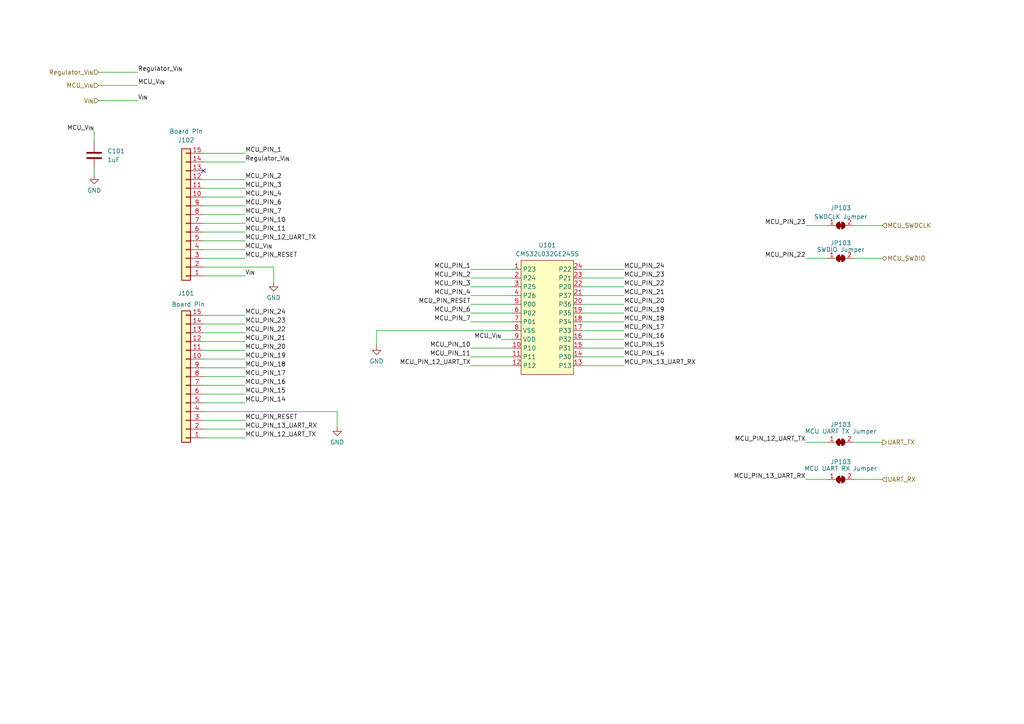
<source format=kicad_sch>
(kicad_sch (version 20230121) (generator eeschema)
  (paper "A4")
  (lib_symbols
    (symbol "Connector_Generic:Conn_01x15" (pin_names (offset 1.016) hide)
      (property "Reference" "J" (at 0 20.32 0))
      (property "Value" "Conn_01x15" (at 0 -20.32 0))
      (symbol "Conn_01x15_1_1"
        (rectangle (start -1.27 -17.653) (end 0 -17.907) (stroke (width 0.1524)))
        (rectangle (start -1.27 -15.113) (end 0 -15.367) (stroke (width 0.1524)))
        (rectangle (start -1.27 -12.573) (end 0 -12.827) (stroke (width 0.1524)))
        (rectangle (start -1.27 -10.033) (end 0 -10.287) (stroke (width 0.1524)))
        (rectangle (start -1.27 -7.493) (end 0 -7.747) (stroke (width 0.1524)))
        (rectangle (start -1.27 -4.953) (end 0 -5.207) (stroke (width 0.1524)))
        (rectangle (start -1.27 -2.413) (end 0 -2.667) (stroke (width 0.1524)))
        (rectangle (start -1.27 0.127) (end 0 -0.127) (stroke (width 0.1524)))
        (rectangle (start -1.27 2.667) (end 0 2.413) (stroke (width 0.1524)))
        (rectangle (start -1.27 5.207) (end 0 4.953) (stroke (width 0.1524)))
        (rectangle (start -1.27 7.747) (end 0 7.493) (stroke (width 0.1524)))
        (rectangle (start -1.27 10.287) (end 0 10.033) (stroke (width 0.1524)))
        (rectangle (start -1.27 12.827) (end 0 12.573) (stroke (width 0.1524)))
        (rectangle (start -1.27 15.367) (end 0 15.113) (stroke (width 0.1524)))
        (rectangle (start -1.27 17.907) (end 0 17.653) (stroke (width 0.1524)))
        (rectangle (start -1.27 19.05) (end 1.27 -19.05) (stroke (width 0.254)) (fill (type background)))
        (pin passive line (at -5.08 17.78 0) (length 3.81) (name "Pin_1") (number "1"))
        (pin passive line (at -5.08 -5.08 0) (length 3.81) (name "Pin_10") (number "10"))
        (pin passive line (at -5.08 -7.62 0) (length 3.81) (name "Pin_11") (number "11"))
        (pin passive line (at -5.08 -10.16 0) (length 3.81) (name "Pin_12") (number "12"))
        (pin passive line (at -5.08 -12.7 0) (length 3.81) (name "Pin_13") (number "13"))
        (pin passive line (at -5.08 -15.24 0) (length 3.81) (name "Pin_14") (number "14"))
        (pin passive line (at -5.08 -17.78 0) (length 3.81) (name "Pin_15") (number "15"))
        (pin passive line (at -5.08 15.24 0) (length 3.81) (name "Pin_2") (number "2"))
        (pin passive line (at -5.08 12.7 0) (length 3.81) (name "Pin_3") (number "3"))
        (pin passive line (at -5.08 10.16 0) (length 3.81) (name "Pin_4") (number "4"))
        (pin passive line (at -5.08 7.62 0) (length 3.81) (name "Pin_5") (number "5"))
        (pin passive line (at -5.08 5.08 0) (length 3.81) (name "Pin_6") (number "6"))
        (pin passive line (at -5.08 2.54 0) (length 3.81) (name "Pin_7") (number "7"))
        (pin passive line (at -5.08 0 0) (length 3.81) (name "Pin_8") (number "8"))
        (pin passive line (at -5.08 -2.54 0) (length 3.81) (name "Pin_9") (number "9"))
      )
    )
    (symbol "Device:C" (pin_numbers hide) (pin_names (offset 0.254))
      (property "Reference" "C" (at 0.635 2.54 0))
      (property "Value" "C" (at 0.635 -2.54 0))
      (symbol "C_0_1"
        (polyline (pts (xy -2.032 -0.762) (xy 2.032 -0.762)) (stroke (width 0.508)))
        (polyline (pts (xy -2.032 0.762) (xy 2.032 0.762)) (stroke (width 0.508)))
      )
      (symbol "C_1_1"
        (pin passive line (at 0 3.81 270) (length 2.794) (name "~") (number "1"))
        (pin passive line (at 0 -3.81 90) (length 2.794) (name "~") (number "2"))
      )
    )
    (symbol "IotPi_MCU_Cmsemicon:CMS32L032GE24SS"
      (property "Reference" "U" (at -6.35 17.78 0))
      (property "Value" "CMS32L032GE24SS" (at 0 -20.32 0))
      (symbol "CMS32L032GE24SS_1_1"
        (rectangle (start -7.62 15.24) (end 7.62 -17.78) (fill (type background)))
        (pin bidirectional line (at -10.16 12.7 0) (length 2.54) (name "P23") (number "1"))
        (pin bidirectional line (at -10.16 -10.16 0) (length 2.54) (name "P10") (number "10"))
        (pin bidirectional line (at -10.16 -12.7 0) (length 2.54) (name "P11") (number "11"))
        (pin bidirectional line (at -10.16 -15.24 0) (length 2.54) (name "P12") (number "12"))
        (pin bidirectional line (at 10.16 -15.24 180) (length 2.54) (name "P13") (number "13"))
        (pin bidirectional line (at 10.16 -12.7 180) (length 2.54) (name "P30") (number "14"))
        (pin bidirectional line (at 10.16 -10.16 180) (length 2.54) (name "P31") (number "15"))
        (pin bidirectional line (at 10.16 -7.62 180) (length 2.54) (name "P32") (number "16"))
        (pin bidirectional line (at 10.16 -5.08 180) (length 2.54) (name "P33") (number "17"))
        (pin bidirectional line (at 10.16 -2.54 180) (length 2.54) (name "P34") (number "18"))
        (pin bidirectional line (at 10.16 0 180) (length 2.54) (name "P35") (number "19"))
        (pin bidirectional line (at -10.16 10.16 0) (length 2.54) (name "P24") (number "2"))
        (pin bidirectional line (at 10.16 2.54 180) (length 2.54) (name "P36") (number "20"))
        (pin bidirectional line (at 10.16 5.08 180) (length 2.54) (name "P37") (number "21"))
        (pin bidirectional line (at 10.16 7.62 180) (length 2.54) (name "P20") (number "22"))
        (pin bidirectional line (at 10.16 10.16 180) (length 2.54) (name "P21") (number "23"))
        (pin bidirectional line (at 10.16 12.7 180) (length 2.54) (name "P22") (number "24"))
        (pin bidirectional line (at -10.16 7.62 0) (length 2.54) (name "P25") (number "3"))
        (pin bidirectional line (at -10.16 5.08 0) (length 2.54) (name "P26") (number "4"))
        (pin bidirectional line (at -10.16 2.54 0) (length 2.54) (name "P00") (number "5"))
        (pin bidirectional line (at -10.16 0 0) (length 2.54) (name "P02") (number "6"))
        (pin bidirectional line (at -10.16 -2.54 0) (length 2.54) (name "P01") (number "7"))
        (pin power_in line (at -10.16 -5.08 0) (length 2.54) (name "VSS") (number "8"))
        (pin power_in line (at -10.16 -7.62 0) (length 2.54) (name "VDD") (number "9"))
      )
    )
    (symbol "Jumper:SolderJumper_2_Bridged" (pin_names (offset 0) hide)
      (property "Reference" "JP" (at 0 2.032 0))
      (property "Value" "SolderJumper_2_Bridged" (at 0 -2.54 0))
      (symbol "SolderJumper_2_Bridged_0_1"
        (rectangle (start -0.508 0.508) (end 0.508 -0.508) (fill (type outline)))
        (arc (start -0.254 1.016) (mid -1.2656 0) (end -0.254 -1.016))
        (arc (start -0.254 1.016) (mid -1.2656 0) (end -0.254 -1.016) (fill (type outline)))
        (polyline (pts (xy -0.254 1.016) (xy -0.254 -1.016)))
        (polyline (pts (xy 0.254 1.016) (xy 0.254 -1.016)))
        (arc (start 0.254 -1.016) (mid 1.2656 0) (end 0.254 1.016))
        (arc (start 0.254 -1.016) (mid 1.2656 0) (end 0.254 1.016) (fill (type outline)))
      )
      (symbol "SolderJumper_2_Bridged_1_1"
        (pin passive line (at -3.81 0 0) (length 2.54) (name "A") (number "1"))
        (pin passive line (at 3.81 0 180) (length 2.54) (name "B") (number "2"))
      )
    )
    (symbol "power:GND" (power) (pin_names (offset 0))
      (property "Value" "GND" (at 0 -3.81 0))
      (symbol "GND_0_1"
        (polyline (pts (xy 0 0) (xy 0 -1.27) (xy 1.27 -1.27) (xy 0 -2.54) (xy -1.27 -1.27) (xy 0 -1.27)))
      )
      (symbol "GND_1_1"
        (pin power_in line (at 0 0 270) (length 0) hide (name "GND") (number "1"))
      )
    )
  )
  (no_connect (at 59.055 49.53))
  (wire (pts (xy 59.055 74.93) (xy 71.12 74.93)))
  (wire (pts (xy 59.055 69.85) (xy 71.12 69.85)))
  (wire (pts (xy 59.055 57.15) (xy 71.12 57.15)))
  (wire (pts (xy 247.65 74.93) (xy 255.905 74.93)))
  (wire (pts (xy 59.055 67.31) (xy 71.12 67.31)))
  (wire (pts (xy 59.055 64.77) (xy 71.12 64.77)))
  (wire (pts (xy 28.575 20.955) (xy 40.005 20.955)))
  (wire (pts (xy 59.055 72.39) (xy 71.12 72.39)))
  (wire (pts (xy 168.91 78.105) (xy 180.975 78.105)))
  (wire (pts (xy 168.91 103.505) (xy 180.975 103.505)))
  (wire (pts (xy 59.055 54.61) (xy 71.12 54.61)))
  (wire (pts (xy 59.055 96.52) (xy 71.12 96.52)))
  (wire (pts (xy 59.055 116.84) (xy 71.12 116.84)))
  (wire (pts (xy 27.305 38.1) (xy 27.305 41.275)))
  (wire (pts (xy 145.415 98.425) (xy 148.59 98.425)))
  (wire (pts (xy 59.055 101.6) (xy 71.12 101.6)))
  (wire (pts (xy 168.91 83.185) (xy 180.975 83.185)))
  (wire (pts (xy 168.91 80.645) (xy 180.975 80.645)))
  (wire (pts (xy 148.59 95.885) (xy 109.22 95.885)))
  (wire (pts (xy 168.91 100.965) (xy 180.975 100.965)))
  (wire (pts (xy 59.055 80.01) (xy 71.12 80.01)))
  (wire (pts (xy 27.305 48.895) (xy 27.305 50.8)))
  (wire (pts (xy 233.68 139.065) (xy 240.03 139.065)))
  (wire (pts (xy 247.65 139.065) (xy 255.905 139.065)))
  (wire (pts (xy 148.59 106.045) (xy 136.525 106.045)))
  (wire (pts (xy 59.055 99.06) (xy 71.12 99.06)))
  (wire (pts (xy 59.055 91.44) (xy 71.12 91.44)))
  (wire (pts (xy 168.91 93.345) (xy 180.975 93.345)))
  (wire (pts (xy 148.59 78.105) (xy 136.525 78.105)))
  (wire (pts (xy 233.68 128.27) (xy 240.03 128.27)))
  (wire (pts (xy 59.055 62.23) (xy 71.12 62.23)))
  (wire (pts (xy 168.91 95.885) (xy 180.975 95.885)))
  (wire (pts (xy 59.055 124.46) (xy 71.12 124.46)))
  (wire (pts (xy 59.055 119.38) (xy 97.79 119.38)))
  (wire (pts (xy 59.055 59.69) (xy 71.12 59.69)))
  (wire (pts (xy 233.68 74.93) (xy 240.03 74.93)))
  (wire (pts (xy 59.055 93.98) (xy 71.12 93.98)))
  (wire (pts (xy 148.59 88.265) (xy 136.525 88.265)))
  (wire (pts (xy 233.68 65.405) (xy 240.03 65.405)))
  (wire (pts (xy 59.055 104.14) (xy 71.12 104.14)))
  (wire (pts (xy 168.91 98.425) (xy 180.975 98.425)))
  (wire (pts (xy 247.65 65.405) (xy 255.905 65.405)))
  (wire (pts (xy 148.59 93.345) (xy 136.525 93.345)))
  (wire (pts (xy 148.59 103.505) (xy 136.525 103.505)))
  (wire (pts (xy 148.59 100.965) (xy 136.525 100.965)))
  (wire (pts (xy 59.055 127) (xy 71.12 127)))
  (wire (pts (xy 59.055 46.99) (xy 71.12 46.99)))
  (wire (pts (xy 148.59 83.185) (xy 136.525 83.185)))
  (wire (pts (xy 59.055 114.3) (xy 71.12 114.3)))
  (wire (pts (xy 168.91 88.265) (xy 180.975 88.265)))
  (wire (pts (xy 97.79 119.38) (xy 97.79 123.825)))
  (wire (pts (xy 59.055 77.47) (xy 79.375 77.47)))
  (wire (pts (xy 59.055 121.92) (xy 71.12 121.92)))
  (wire (pts (xy 28.575 29.21) (xy 40.005 29.21)))
  (wire (pts (xy 59.055 106.68) (xy 71.12 106.68)))
  (wire (pts (xy 59.055 109.22) (xy 71.12 109.22)))
  (wire (pts (xy 28.575 24.765) (xy 40.005 24.765)))
  (wire (pts (xy 168.91 90.805) (xy 180.975 90.805)))
  (wire (pts (xy 168.91 106.045) (xy 180.975 106.045)))
  (wire (pts (xy 148.59 80.645) (xy 136.525 80.645)))
  (wire (pts (xy 148.59 90.805) (xy 136.525 90.805)))
  (wire (pts (xy 168.91 85.725) (xy 180.975 85.725)))
  (wire (pts (xy 59.055 44.45) (xy 71.12 44.45)))
  (wire (pts (xy 148.59 85.725) (xy 136.525 85.725)))
  (wire (pts (xy 109.22 95.885) (xy 109.22 100.33)))
  (wire (pts (xy 59.055 111.76) (xy 71.12 111.76)))
  (wire (pts (xy 79.375 77.47) (xy 79.375 81.915)))
  (wire (pts (xy 247.65 128.27) (xy 255.905 128.27)))
  (wire (pts (xy 59.055 52.07) (xy 71.12 52.07)))
  (label "MCU_PIN_3" (at 136.525 83.185 180))
  (label "MCU_PIN_23" (at 71.12 93.98 0))
  (label "MCU_PIN_23" (at 180.975 80.645 0))
  (label "MCU_PIN_14" (at 180.975 103.505 0))
  (label "MCU_PIN_11" (at 71.12 67.31 0))
  (label "MCU_PIN_7" (at 71.12 62.23 0))
  (label "V_{IN}" (at 40.005 29.21 0))
  (label "MCU_PIN_15" (at 180.975 100.965 0))
  (label "MCU_V_{IN}" (at 71.12 72.39 0))
  (label "MCU_PIN_16" (at 71.12 111.76 0))
  (label "MCU_PIN_RESET" (at 71.12 121.92 0))
  (label "MCU_PIN_RESET" (at 136.525 88.265 180))
  (label "MCU_PIN_RESET" (at 71.12 74.93 0))
  (label "MCU_PIN_7" (at 136.525 93.345 180))
  (label "MCU_PIN_20" (at 71.12 101.6 0))
  (label "MCU_PIN_17" (at 71.12 109.22 0))
  (label "MCU_PIN_22" (at 71.12 96.52 0))
  (label "MCU_PIN_3" (at 71.12 54.61 0))
  (label "Regulator_V_{IN}" (at 40.005 20.955 0))
  (label "MCU_PIN_22" (at 180.975 83.185 0))
  (label "MCU_PIN_4" (at 136.525 85.725 180))
  (label "MCU_PIN_24" (at 180.975 78.105 0))
  (label "MCU_PIN_17" (at 180.975 95.885 0))
  (label "MCU_PIN_6" (at 71.12 59.69 0))
  (label "MCU_PIN_2" (at 136.525 80.645 180))
  (label "MCU_PIN_1" (at 136.525 78.105 180))
  (label "Regulator_V_{IN}" (at 71.12 46.99 0))
  (label "MCU_PIN_14" (at 71.12 116.84 0))
  (label "MCU_PIN_13_UART_RX" (at 71.12 124.46 0))
  (label "MCU_PIN_12_UART_TX" (at 136.525 106.045 180))
  (label "MCU_PIN_18" (at 71.12 106.68 0))
  (label "MCU_PIN_20" (at 180.975 88.265 0))
  (label "MCU_PIN_12_UART_TX" (at 233.68 128.27 180))
  (label "V_{IN}" (at 71.12 80.01 0))
  (label "MCU_PIN_23" (at 233.68 65.405 180))
  (label "MCU_PIN_16" (at 180.975 98.425 0))
  (label "MCU_PIN_1" (at 71.12 44.45 0))
  (label "MCU_V_{IN}" (at 40.005 24.765 0))
  (label "MCU_PIN_22" (at 233.68 74.93 180))
  (label "MCU_PIN_13_UART_RX" (at 233.68 139.065 180))
  (label "MCU_PIN_15" (at 71.12 114.3 0))
  (label "MCU_PIN_6" (at 136.525 90.805 180))
  (label "MCU_PIN_21" (at 180.975 85.725 0))
  (label "MCU_PIN_10" (at 136.525 100.965 180))
  (label "MCU_PIN_12_UART_TX" (at 71.12 127 0))
  (label "MCU_PIN_4" (at 71.12 57.15 0))
  (label "MCU_PIN_19" (at 180.975 90.805 0))
  (label "MCU_V_{IN}" (at 145.415 98.425 180))
  (label "MCU_PIN_2" (at 71.12 52.07 0))
  (label "MCU_PIN_13_UART_RX" (at 180.975 106.045 0))
  (label "MCU_PIN_21" (at 71.12 99.06 0))
  (label "MCU_PIN_12_UART_TX" (at 71.12 69.85 0))
  (label "MCU_PIN_19" (at 71.12 104.14 0))
  (label "MCU_PIN_24" (at 71.12 91.44 0))
  (label "MCU_PIN_11" (at 136.525 103.505 180))
  (label "MCU_PIN_10" (at 71.12 64.77 0))
  (label "MCU_PIN_18" (at 180.975 93.345 0))
  (label "MCU_V_{IN}" (at 27.305 38.1 180))
  (hierarchical_label "MCU_V_{IN}" (shape input) (at 28.575 24.765 180))
  (hierarchical_label "UART_TX" (shape output) (at 255.905 128.27 0))
  (hierarchical_label "MCU_SWDIO" (shape bidirectional) (at 255.905 74.93 0))
  (hierarchical_label "UART_RX" (shape input) (at 255.905 139.065 0))
  (hierarchical_label "MCU_SWDCLK" (shape input) (at 255.905 65.405 0))
  (hierarchical_label "Regulator_V_{IN}" (shape input) (at 28.575 20.955 180))
  (hierarchical_label "V_{IN}" (shape input) (at 28.575 29.21 180))
  (symbol (lib_id "Device:C") (at 27.305 45.085 0) (unit 1)
    (property "Reference" "C101" (at 31.115 43.815 0) (effects (justify left)))
    (property "Value" "1uF" (at 31.115 46.355 0) (effects (justify left)))
    (property "Footprint" "Capacitor_SMD:C_0805_2012Metric_Pad1.18x1.45mm_HandSolder" (effects hide))
    (property "Description" "容值: 1uF 精度: ±10% 额定电压: 25V 材质(温度系数): X7R 材质：X7R" (effects hide))
    (property "LCSC" "C116352" (effects hide))
    (property "Vendor" "SAMSUNG(三星)" (effects hide))
    (property "Vendor Model" "CL21B105KAFNNNE" (effects hide))
    (instances (project "CMS32L032GE24SS-ArduinoNano" (path "" (reference "C101") (unit 1))) (project "CMS32L032GE24SS-Core" (path "" (reference "C101") (unit 1))) (project "cms32l032-devbrd" (path "" (reference "C101") (unit 1)) (path "" (reference "C201") (unit 1))))
  )
  (symbol (lib_id "power:GND") (at 97.79 123.825 0) (unit 1)
    (property "Reference" "#PWR0202" (effects hide))
    (property "Value" "GND" (at 97.79 128.27 0))
    (instances (project "CMS32L032GE24SS-ArduinoNano" (path "" (reference "#PWR0202") (unit 1))) (project "CMS32L032GE24SS-Core" (path "" (reference "#PWR0101") (unit 1))) (project "cms32l032-devbrd" (path "" (reference "#PWR0101") (unit 1)) (path "" (reference "#PWR0201") (unit 1))))
  )
  (symbol (lib_id "Jumper:SolderJumper_2_Bridged") (at 243.84 74.93 0) (unit 1) (in_bom no)
    (property "Reference" "JP103" (at 243.84 70.485 0))
    (property "Value" "SWDIO Jumper" (at 243.84 72.39 0))
    (property "Footprint" "Jumper:SolderJumper-2_P1.3mm_Bridged_RoundedPad1.0x1.5mm" (effects hide))
    (instances (project "CMS32L032GE24SS-ArduinoNano" (path "" (reference "JP103") (unit 1)) (path "" (reference "JP202") (unit 1))))
  )
  (symbol (lib_id "power:GND") (at 27.305 50.8 0) (unit 1)
    (property "Reference" "#PWR0102" (effects hide))
    (property "Value" "GND" (at 27.305 55.245 0))
    (instances (project "CMS32L032GE24SS-ArduinoNano" (path "" (reference "#PWR0102") (unit 1))) (project "CMS32L032GE24SS-Core" (path "" (reference "#PWR0102") (unit 1))) (project "cms32l032-devbrd" (path "" (reference "#PWR0102") (unit 1)) (path "" (reference "#PWR0202") (unit 1))))
  )
  (symbol (lib_id "Connector_Generic:Conn_01x15") (at 53.975 109.22 180) (unit 1)
    (property "Reference" "J101" (at 53.975 85.09 0))
    (property "Value" "Board Pin" (at 54.61 88.265 0))
    (property "Footprint" "Connector_PinHeader_2.54mm:PinHeader_1x15_P2.54mm_Vertical" (effects hide))
    (property "Description" "排数: 单排 总PIN位数: 15 总PIN位数: 15P 间距: 2.54mm 插针结构: 1x15P 行距: - 安装类型: 直插 圆针/方针: - 额定电流: - 额定电压: - 配合针长度: 6mm 塑高: 2.54mm " (effects hide))
    (property "LCSC" "C124373" (effects hide))
    (property "Vendor" "Ckmtw(灿科盟)" (effects hide))
    (property "Vendor Model" "B-2100S15P-A110" (effects hide))
    (instances (project "CMS32L032GE24SS-ArduinoNano" (path "" (reference "J101") (unit 1))) (project "CMS32L032GE24SS-Core" (path "" (reference "J101") (unit 1))) (project "cms32l032-devbrd" (path "" (reference "J101") (unit 1)) (path "" (reference "J201") (unit 1))))
  )
  (symbol (lib_id "power:GND") (at 109.22 100.33 0) (unit 1)
    (property "Reference" "#PWR0101" (effects hide))
    (property "Value" "GND" (at 109.22 104.775 0))
    (instances (project "CMS32L032GE24SS-ArduinoNano" (path "" (reference "#PWR0101") (unit 1))) (project "CMS32L032GE24SS-Core" (path "" (reference "#PWR0101") (unit 1))) (project "cms32l032-devbrd" (path "" (reference "#PWR0101") (unit 1)) (path "" (reference "#PWR0201") (unit 1))))
  )
  (symbol (lib_id "IotPi_MCU_Cmsemicon:CMS32L032GE24SS") (at 158.75 90.805 0) (unit 1)
    (property "Reference" "U101" (at 158.75 71.12 0))
    (property "Value" "CMS32L032GE24SS" (at 158.75 73.66 0))
    (property "Footprint" "Package_SO:SSOP-24_3.9x8.7mm_P0.635mm" (effects hide))
    (property "Datasheet" "https://www.mcu.com.cn/uploads/img1/tupian/CMS32L032%20Datasheet_V1.0.1.pdf" (effects hide))
    (instances (project "CMS32L032GE24SS-ArduinoNano" (path "" (reference "U101") (unit 1))) (project "CMS32L032GE24SS-Core" (path "" (reference "U101") (unit 1))) (project "cms32l032-devbrd" (path "" (reference "U101") (unit 1)) (path "" (reference "U201") (unit 1))))
  )
  (symbol (lib_id "Jumper:SolderJumper_2_Bridged") (at 243.84 65.405 0) (unit 1) (in_bom no)
    (property "Reference" "JP103" (at 243.84 60.325 0))
    (property "Value" "SWDCLK Jumper" (at 243.84 62.865 0))
    (property "Footprint" "Jumper:SolderJumper-2_P1.3mm_Bridged_RoundedPad1.0x1.5mm" (effects hide))
    (instances (project "CMS32L032GE24SS-ArduinoNano" (path "" (reference "JP103") (unit 1)) (path "" (reference "JP201") (unit 1))))
  )
  (symbol (lib_id "power:GND") (at 79.375 81.915 0) (unit 1)
    (property "Reference" "#PWR0201" (effects hide))
    (property "Value" "GND" (at 79.375 86.36 0))
    (instances (project "CMS32L032GE24SS-ArduinoNano" (path "" (reference "#PWR0201") (unit 1))) (project "CMS32L032GE24SS-Core" (path "" (reference "#PWR0101") (unit 1))) (project "cms32l032-devbrd" (path "" (reference "#PWR0101") (unit 1)) (path "" (reference "#PWR0201") (unit 1))))
  )
  (symbol (lib_id "Jumper:SolderJumper_2_Bridged") (at 243.84 128.27 0) (unit 1) (in_bom no)
    (property "Reference" "JP103" (at 243.84 123.19 0))
    (property "Value" "MCU UART TX Jumper" (at 243.84 125.095 0))
    (property "Footprint" "Jumper:SolderJumper-2_P1.3mm_Bridged_RoundedPad1.0x1.5mm" (effects hide))
    (instances (project "CMS32L032GE24SS-ArduinoNano" (path "" (reference "JP103") (unit 1)) (path "" (reference "JP204") (unit 1))))
  )
  (symbol (lib_id "Connector_Generic:Conn_01x15") (at 53.975 62.23 180) (unit 1)
    (property "Reference" "J102" (at 53.975 40.64 0))
    (property "Value" "Board Pin" (at 53.975 38.1 0))
    (property "Footprint" "Connector_PinHeader_2.54mm:PinHeader_1x15_P2.54mm_Vertical" (effects hide))
    (property "Description" "排数: 单排 总PIN位数: 15 总PIN位数: 15P 间距: 2.54mm 插针结构: 1x15P 行距: - 安装类型: 直插 圆针/方针: - 额定电流: - 额定电压: - 配合针长度: 6mm 塑高: 2.54mm " (effects hide))
    (property "LCSC" "C124373" (effects hide))
    (property "Vendor" "Ckmtw(灿科盟)" (effects hide))
    (property "Vendor Model" "B-2100S15P-A110" (effects hide))
    (instances (project "CMS32L032GE24SS-ArduinoNano" (path "" (reference "J102") (unit 1))) (project "CMS32L032GE24SS-Core" (path "" (reference "J102") (unit 1))) (project "cms32l032-devbrd" (path "" (reference "J102") (unit 1)) (path "" (reference "J202") (unit 1))))
  )
  (symbol (lib_id "Jumper:SolderJumper_2_Bridged") (at 243.84 139.065 0) (unit 1) (in_bom no)
    (property "Reference" "JP103" (at 243.84 133.985 0))
    (property "Value" "MCU UART RX Jumper" (at 243.84 135.89 0))
    (property "Footprint" "Jumper:SolderJumper-2_P1.3mm_Bridged_RoundedPad1.0x1.5mm" (effects hide))
    (instances (project "CMS32L032GE24SS-ArduinoNano" (path "" (reference "JP103") (unit 1)) (path "" (reference "JP205") (unit 1))))
  )
)
</source>
